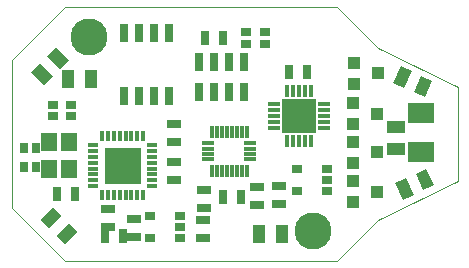
<source format=gts>
G04 (created by PCBNEW (2013-jul-07)-stable) date Fri 12 Jun 2015 01:12:31 PM EDT*
%MOIN*%
G04 Gerber Fmt 3.4, Leading zero omitted, Abs format*
%FSLAX34Y34*%
G01*
G70*
G90*
G04 APERTURE LIST*
%ADD10C,0.00590551*%
%ADD11C,0.00393701*%
%ADD12R,0.113668X0.113668*%
%ADD13R,0.0408331X0.0152425*%
%ADD14R,0.0152425X0.0408331*%
%ADD15R,0.0524X0.0604*%
%ADD16R,0.0414X0.0414*%
%ADD17R,0.0354X0.0254*%
%ADD18R,0.029X0.0605*%
%ADD19R,0.0854X0.0654*%
%ADD20R,0.0304X0.0504*%
%ADD21R,0.0504X0.0304*%
%ADD22R,0.0354X0.0154*%
%ADD23R,0.0154X0.0354*%
%ADD24R,0.1235X0.1235*%
%ADD25R,0.029022X0.0329591*%
%ADD26C,0.12351*%
%ADD27R,0.0329591X0.029022*%
%ADD28R,0.0144551X0.0408331*%
%ADD29R,0.0408331X0.0144551*%
%ADD30R,0.0404X0.0604*%
%ADD31R,0.029022X0.0605181*%
%ADD32R,0.0604X0.0404*%
G04 APERTURE END LIST*
G54D10*
G54D11*
X28718Y-19360D02*
X19662Y-19360D01*
X28718Y-27825D02*
X19662Y-27825D01*
X19662Y-27825D02*
X17891Y-26053D01*
X17891Y-21132D02*
X19662Y-19360D01*
X32753Y-25167D02*
X30096Y-26447D01*
X32753Y-22018D02*
X32753Y-25167D01*
X30096Y-20738D02*
X32753Y-22018D01*
X17891Y-21132D02*
X17891Y-26053D01*
X28718Y-19360D02*
X30096Y-20738D01*
X28718Y-27825D02*
X30096Y-26447D01*
G54D12*
X27458Y-22999D03*
G54D13*
X28284Y-23392D03*
X28284Y-23195D03*
X28284Y-22999D03*
X28284Y-22802D03*
X28284Y-22605D03*
G54D14*
X27851Y-22172D03*
X27654Y-22172D03*
X27458Y-22172D03*
X27261Y-22172D03*
X27064Y-22172D03*
G54D13*
X26631Y-22605D03*
X26631Y-22802D03*
X26631Y-22999D03*
X26631Y-23195D03*
X26631Y-23392D03*
G54D14*
X27064Y-23825D03*
X27261Y-23825D03*
X27458Y-23825D03*
X27654Y-23825D03*
X27851Y-23825D03*
G54D15*
X19809Y-23864D03*
X19139Y-23864D03*
X19139Y-24764D03*
X19809Y-24764D03*
G54D16*
X29280Y-23270D03*
X29280Y-22570D03*
X30080Y-22920D03*
X29284Y-21918D03*
X29284Y-21218D03*
X30084Y-21568D03*
X29270Y-24550D03*
X29270Y-23850D03*
X30070Y-24200D03*
X29270Y-25870D03*
X29270Y-25170D03*
X30070Y-25520D03*
G54D17*
X28399Y-25491D03*
X28399Y-24741D03*
X27399Y-25491D03*
X28399Y-25116D03*
X27399Y-24741D03*
X23515Y-27068D03*
X23515Y-26318D03*
X22515Y-27068D03*
X23515Y-26693D03*
X22515Y-26318D03*
G54D18*
X23140Y-22327D03*
X23140Y-20227D03*
X22640Y-22327D03*
X22140Y-22327D03*
X21640Y-22327D03*
X22640Y-20227D03*
X22140Y-20227D03*
X21640Y-20227D03*
G54D19*
X31520Y-24200D03*
X31520Y-22900D03*
G54D20*
X20991Y-27006D03*
X21591Y-27006D03*
X24929Y-25681D03*
X25529Y-25681D03*
X24933Y-20381D03*
X24333Y-20381D03*
G54D21*
X24297Y-26053D03*
X24297Y-25453D03*
X26802Y-25338D03*
X26802Y-25938D03*
G54D20*
X27719Y-21528D03*
X27119Y-21528D03*
G54D21*
X26079Y-25366D03*
X26079Y-25966D03*
X23307Y-25118D03*
X23307Y-24518D03*
X24267Y-27048D03*
X24267Y-26448D03*
X21090Y-26084D03*
X21090Y-26684D03*
G54D22*
X20600Y-25136D03*
X20600Y-24939D03*
X20600Y-24742D03*
X20600Y-25333D03*
G54D23*
X20895Y-25628D03*
X21092Y-25628D03*
X21289Y-25628D03*
X21486Y-25628D03*
X21682Y-25628D03*
X21879Y-25628D03*
X22076Y-25628D03*
X22273Y-25628D03*
G54D22*
X22568Y-23955D03*
X22568Y-25333D03*
X22568Y-25136D03*
X22568Y-24939D03*
X22568Y-24742D03*
X22568Y-24546D03*
X22568Y-24349D03*
X22568Y-24152D03*
G54D23*
X22273Y-23660D03*
X22076Y-23660D03*
X21879Y-23660D03*
X21682Y-23660D03*
X21486Y-23660D03*
X21289Y-23660D03*
X21092Y-23660D03*
X20895Y-23660D03*
G54D22*
X20600Y-23955D03*
X20600Y-24152D03*
X20600Y-24349D03*
X20600Y-24546D03*
G54D24*
X21584Y-24644D03*
G54D25*
X18289Y-24682D03*
X18289Y-24053D03*
X18682Y-24682D03*
X18682Y-24053D03*
G54D26*
X20450Y-20344D03*
X27930Y-26840D03*
G54D21*
X21980Y-26430D03*
X21980Y-27030D03*
G54D20*
X19398Y-25575D03*
X19998Y-25575D03*
G54D21*
X23297Y-23844D03*
X23297Y-23244D03*
G54D27*
X19879Y-23002D03*
X19249Y-23002D03*
X19879Y-22608D03*
X19249Y-22608D03*
G54D28*
X25735Y-24810D03*
G54D29*
X25843Y-24414D03*
X25843Y-24245D03*
X25843Y-24076D03*
X25843Y-23907D03*
G54D28*
X25735Y-23511D03*
X25566Y-23511D03*
X25396Y-23511D03*
X25227Y-23511D03*
X25058Y-23511D03*
X24889Y-23511D03*
X24719Y-23511D03*
X24550Y-23511D03*
G54D29*
X24443Y-23907D03*
X24443Y-24076D03*
X24443Y-24245D03*
X24443Y-24414D03*
G54D28*
X24550Y-24810D03*
X24719Y-24810D03*
X24889Y-24810D03*
X25058Y-24810D03*
X25227Y-24810D03*
X25396Y-24810D03*
X25566Y-24810D03*
G54D10*
G36*
X18966Y-21942D02*
X18539Y-21515D01*
X18825Y-21229D01*
X19252Y-21656D01*
X18966Y-21942D01*
X18966Y-21942D01*
G37*
G36*
X19496Y-21412D02*
X19069Y-20985D01*
X19355Y-20699D01*
X19782Y-21126D01*
X19496Y-21412D01*
X19496Y-21412D01*
G37*
G36*
X31910Y-21820D02*
X31655Y-22367D01*
X31289Y-22196D01*
X31544Y-21649D01*
X31910Y-21820D01*
X31910Y-21820D01*
G37*
G36*
X31230Y-21503D02*
X30975Y-22050D01*
X30609Y-21879D01*
X30864Y-21332D01*
X31230Y-21503D01*
X31230Y-21503D01*
G37*
G36*
X31715Y-24752D02*
X31970Y-25299D01*
X31604Y-25470D01*
X31349Y-24923D01*
X31715Y-24752D01*
X31715Y-24752D01*
G37*
G36*
X31035Y-25069D02*
X31290Y-25616D01*
X30924Y-25787D01*
X30669Y-25240D01*
X31035Y-25069D01*
X31035Y-25069D01*
G37*
G36*
X18851Y-26454D02*
X19278Y-26027D01*
X19564Y-26313D01*
X19137Y-26740D01*
X18851Y-26454D01*
X18851Y-26454D01*
G37*
G36*
X19381Y-26984D02*
X19808Y-26557D01*
X20094Y-26843D01*
X19667Y-27270D01*
X19381Y-26984D01*
X19381Y-26984D01*
G37*
G54D30*
X19776Y-21771D03*
X20526Y-21771D03*
G54D31*
X25623Y-21206D03*
X25131Y-21206D03*
X24638Y-21206D03*
X24146Y-21206D03*
X24146Y-22191D03*
X24638Y-22191D03*
X25131Y-22191D03*
X25623Y-22191D03*
G54D27*
X26342Y-20575D03*
X25713Y-20575D03*
X26342Y-20182D03*
X25713Y-20182D03*
G54D30*
X26883Y-26940D03*
X26133Y-26940D03*
G54D32*
X30702Y-24105D03*
X30702Y-23355D03*
M02*

</source>
